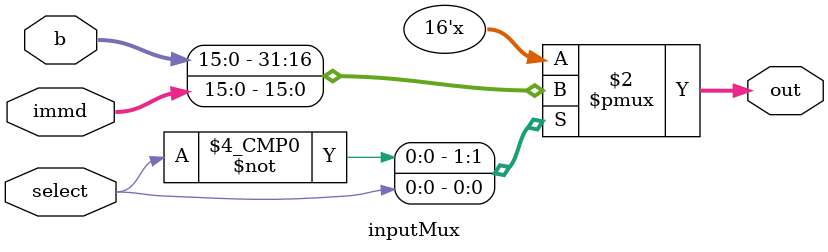
<source format=v>
module inputMux(select, b, immd, out);
	input select;
	input [15:0] b, immd;
	
	output reg [15:0] out;
	
	always@( select, b, immd )
	begin
	case(select)
	0 : out <= b;
	1 : out <= immd;
	endcase
	end

endmodule 
</source>
